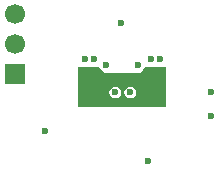
<source format=gbr>
%TF.GenerationSoftware,KiCad,Pcbnew,9.0.4*%
%TF.CreationDate,2025-10-22T22:14:30-04:00*%
%TF.ProjectId,buck_regulator_12V_3A_L6983,6275636b-5f72-4656-9775-6c61746f725f,rev?*%
%TF.SameCoordinates,Original*%
%TF.FileFunction,Copper,L3,Inr*%
%TF.FilePolarity,Positive*%
%FSLAX46Y46*%
G04 Gerber Fmt 4.6, Leading zero omitted, Abs format (unit mm)*
G04 Created by KiCad (PCBNEW 9.0.4) date 2025-10-22 22:14:30*
%MOMM*%
%LPD*%
G01*
G04 APERTURE LIST*
%TA.AperFunction,ComponentPad*%
%ADD10R,1.700000X1.700000*%
%TD*%
%TA.AperFunction,ComponentPad*%
%ADD11C,1.700000*%
%TD*%
%TA.AperFunction,ViaPad*%
%ADD12C,0.600000*%
%TD*%
G04 APERTURE END LIST*
D10*
%TO.N,14.8V*%
%TO.C,J1*%
X135300000Y-108400000D03*
D11*
%TO.N,GND*%
X135300000Y-105860000D03*
%TO.N,12V*%
X135300000Y-103320000D03*
%TD*%
D12*
%TO.N,Net-(C24-Pad2)*%
X144272000Y-104140000D03*
%TO.N,GND*%
X137795000Y-113284000D03*
X151887000Y-112014000D03*
X146558000Y-115824000D03*
%TO.N,Net-(C24-Pad2)*%
X151887000Y-109982000D03*
%TO.N,14.8V*%
X141986000Y-108165997D03*
X141224000Y-108165997D03*
X147574000Y-108165997D03*
X146812000Y-108165997D03*
X141986000Y-110617000D03*
X146812000Y-108966000D03*
X147574000Y-108966000D03*
%TO.N,GND*%
X145034000Y-109982000D03*
X143764000Y-109982000D03*
X141224000Y-107188000D03*
%TO.N,14.8V*%
X141224000Y-108966000D03*
X141986000Y-108966000D03*
%TO.N,GND*%
X141986000Y-107188000D03*
X143002000Y-107696000D03*
X145669000Y-107696000D03*
X146812000Y-107188000D03*
X147574000Y-107188000D03*
%TD*%
%TA.AperFunction,Conductor*%
%TO.N,14.8V*%
G36*
X142381352Y-107837352D02*
G01*
X142875000Y-108331000D01*
X145923000Y-108331000D01*
X146289300Y-107842600D01*
X146321570Y-107823492D01*
X146328500Y-107823000D01*
X148033000Y-107823000D01*
X148067648Y-107837352D01*
X148082000Y-107872000D01*
X148082000Y-111203000D01*
X148067648Y-111237648D01*
X148033000Y-111252000D01*
X140638000Y-111252000D01*
X140603352Y-111237648D01*
X140589000Y-111203000D01*
X140589000Y-109916104D01*
X143263500Y-109916104D01*
X143263500Y-110047895D01*
X143297607Y-110175184D01*
X143297608Y-110175188D01*
X143363500Y-110289314D01*
X143456686Y-110382500D01*
X143498457Y-110406617D01*
X143570811Y-110448391D01*
X143570813Y-110448391D01*
X143570814Y-110448392D01*
X143671207Y-110475292D01*
X143698104Y-110482499D01*
X143698105Y-110482500D01*
X143698108Y-110482500D01*
X143829895Y-110482500D01*
X143829895Y-110482499D01*
X143957186Y-110448392D01*
X144071314Y-110382500D01*
X144164500Y-110289314D01*
X144230392Y-110175186D01*
X144264499Y-110047895D01*
X144264500Y-110047895D01*
X144264500Y-109916105D01*
X144264499Y-109916104D01*
X144533500Y-109916104D01*
X144533500Y-110047895D01*
X144567607Y-110175184D01*
X144567608Y-110175188D01*
X144633500Y-110289314D01*
X144726686Y-110382500D01*
X144768457Y-110406617D01*
X144840811Y-110448391D01*
X144840813Y-110448391D01*
X144840814Y-110448392D01*
X144941207Y-110475292D01*
X144968104Y-110482499D01*
X144968105Y-110482500D01*
X144968108Y-110482500D01*
X145099895Y-110482500D01*
X145099895Y-110482499D01*
X145227186Y-110448392D01*
X145341314Y-110382500D01*
X145434500Y-110289314D01*
X145500392Y-110175186D01*
X145534499Y-110047895D01*
X145534500Y-110047895D01*
X145534500Y-109916105D01*
X145534499Y-109916104D01*
X145500392Y-109788815D01*
X145500391Y-109788811D01*
X145434499Y-109674685D01*
X145341314Y-109581500D01*
X145227188Y-109515608D01*
X145227184Y-109515607D01*
X145099895Y-109481500D01*
X145099892Y-109481500D01*
X144968108Y-109481500D01*
X144968105Y-109481500D01*
X144840815Y-109515607D01*
X144840811Y-109515608D01*
X144726685Y-109581500D01*
X144726685Y-109581501D01*
X144633501Y-109674685D01*
X144633500Y-109674685D01*
X144567608Y-109788811D01*
X144567607Y-109788815D01*
X144533500Y-109916104D01*
X144264499Y-109916104D01*
X144230392Y-109788815D01*
X144230391Y-109788811D01*
X144164499Y-109674685D01*
X144071314Y-109581500D01*
X143957188Y-109515608D01*
X143957184Y-109515607D01*
X143829895Y-109481500D01*
X143829892Y-109481500D01*
X143698108Y-109481500D01*
X143698105Y-109481500D01*
X143570815Y-109515607D01*
X143570811Y-109515608D01*
X143456685Y-109581500D01*
X143456685Y-109581501D01*
X143363501Y-109674685D01*
X143363500Y-109674685D01*
X143297608Y-109788811D01*
X143297607Y-109788815D01*
X143263500Y-109916104D01*
X140589000Y-109916104D01*
X140589000Y-107872000D01*
X140603352Y-107837352D01*
X140638000Y-107823000D01*
X142346704Y-107823000D01*
X142381352Y-107837352D01*
G37*
%TD.AperFunction*%
%TD*%
M02*

</source>
